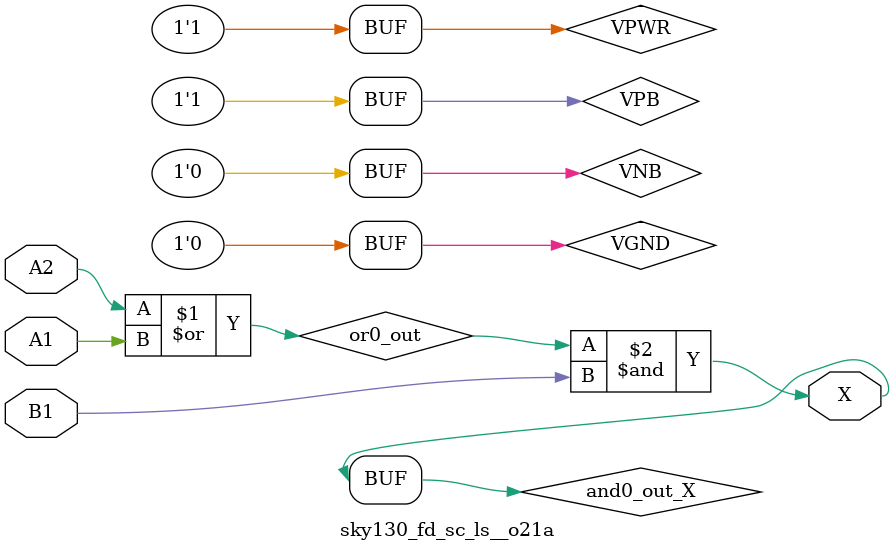
<source format=v>
/*
 * Copyright 2020 The SkyWater PDK Authors
 *
 * Licensed under the Apache License, Version 2.0 (the "License");
 * you may not use this file except in compliance with the License.
 * You may obtain a copy of the License at
 *
 *     https://www.apache.org/licenses/LICENSE-2.0
 *
 * Unless required by applicable law or agreed to in writing, software
 * distributed under the License is distributed on an "AS IS" BASIS,
 * WITHOUT WARRANTIES OR CONDITIONS OF ANY KIND, either express or implied.
 * See the License for the specific language governing permissions and
 * limitations under the License.
 *
 * SPDX-License-Identifier: Apache-2.0
*/


`ifndef SKY130_FD_SC_LS__O21A_TIMING_V
`define SKY130_FD_SC_LS__O21A_TIMING_V

/**
 * o21a: 2-input OR into first input of 2-input AND.
 *
 *       X = ((A1 | A2) & B1)
 *
 * Verilog simulation timing model.
 */

`timescale 1ns / 1ps
`default_nettype none

`celldefine
module sky130_fd_sc_ls__o21a (
    X ,
    A1,
    A2,
    B1
);

    // Module ports
    output X ;
    input  A1;
    input  A2;
    input  B1;

    // Module supplies
    supply1 VPWR;
    supply0 VGND;
    supply1 VPB ;
    supply0 VNB ;

    // Local signals
    wire or0_out   ;
    wire and0_out_X;

    //  Name  Output      Other arguments
    or  or0  (or0_out   , A2, A1         );
    and and0 (and0_out_X, or0_out, B1    );
    buf buf0 (X         , and0_out_X     );

endmodule
`endcelldefine

`default_nettype wire
`endif  // SKY130_FD_SC_LS__O21A_TIMING_V

</source>
